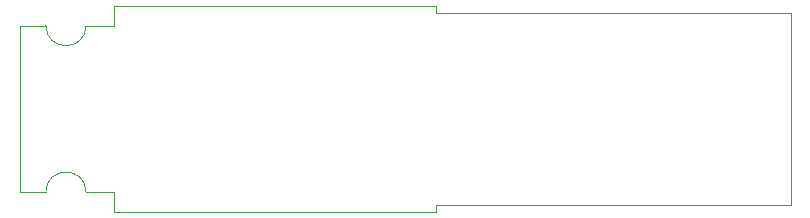
<source format=gm1>
G04*
G04 #@! TF.GenerationSoftware,Altium Limited,Altium Designer,20.2.8 (258)*
G04*
G04 Layer_Color=16711935*
%FSLAX44Y44*%
%MOMM*%
G71*
G04*
G04 #@! TF.SameCoordinates,D032E148-705B-442B-B370-39794CB6FC5C*
G04*
G04*
G04 #@! TF.FilePolarity,Positive*
G04*
G01*
G75*
%ADD11C,0.1000*%
D11*
X22000Y70500D02*
G03*
X56000Y70500I17000J0D01*
G01*
Y-70500D02*
G03*
X22000Y-70500I-17000J0D01*
G01*
X0D02*
X22000D01*
X0Y70500D02*
X22000D01*
X56000D02*
X80000D01*
X56000Y-70500D02*
X80000D01*
Y70500D02*
Y87500D01*
X352500D01*
X0Y-70500D02*
Y70500D01*
X80000Y-87500D02*
Y-70500D01*
Y-87500D02*
X352500D01*
Y-81000D02*
X652500D01*
X352500Y-87500D02*
Y-81000D01*
Y81000D02*
Y87500D01*
Y81000D02*
X652500D01*
Y-81000D02*
Y81000D01*
M02*

</source>
